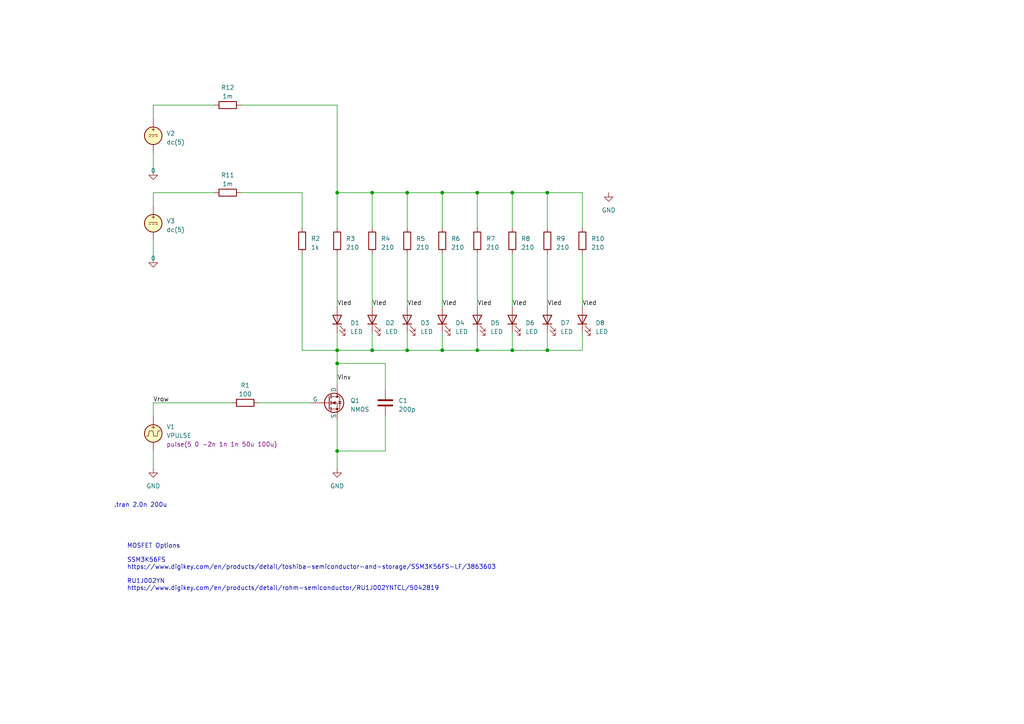
<source format=kicad_sch>
(kicad_sch (version 20230121) (generator eeschema)
  (paper "A4")
  (lib_symbols
    (symbol "Device:C" (pin_numbers hide) (pin_names (offset 0.254))
      (property "Reference" "C" (at 0.635 2.54 0))
      (property "Value" "C" (at 0.635 -2.54 0))
      (symbol "C_0_1"
        (polyline (pts (xy -2.032 -0.762) (xy 2.032 -0.762)) (stroke (width 0.508)))
        (polyline (pts (xy -2.032 0.762) (xy 2.032 0.762)) (stroke (width 0.508)))
      )
      (symbol "C_1_1"
        (pin passive line (at 0 3.81 270) (length 2.794) (name "~") (number "1"))
        (pin passive line (at 0 -3.81 90) (length 2.794) (name "~") (number "2"))
      )
    )
    (symbol "Device:LED" (pin_numbers hide) (pin_names (offset 1.016) hide)
      (property "Reference" "D" (at 0 2.54 0))
      (property "Value" "LED" (at 0 -2.54 0))
      (symbol "LED_0_1"
        (polyline (pts (xy -1.27 -1.27) (xy -1.27 1.27)) (stroke (width 0.254)))
        (polyline (pts (xy -1.27 0) (xy 1.27 0)))
        (polyline (pts (xy 1.27 -1.27) (xy 1.27 1.27) (xy -1.27 0) (xy 1.27 -1.27)) (stroke (width 0.254)))
        (polyline (pts (xy -3.048 -0.762) (xy -4.572 -2.286) (xy -3.81 -2.286) (xy -4.572 -2.286) (xy -4.572 -1.524)))
        (polyline (pts (xy -1.778 -0.762) (xy -3.302 -2.286) (xy -2.54 -2.286) (xy -3.302 -2.286) (xy -3.302 -1.524)))
      )
      (symbol "LED_1_1"
        (pin passive line (at -3.81 0 0) (length 2.54) (name "K") (number "1"))
        (pin passive line (at 3.81 0 180) (length 2.54) (name "A") (number "2"))
      )
    )
    (symbol "Device:R" (pin_numbers hide) (pin_names (offset 0))
      (property "Reference" "R" (at 2.032 0 90))
      (property "Value" "R" (at 0 0 90))
      (symbol "R_0_1"
        (rectangle (start -1.016 -2.54) (end 1.016 2.54) (stroke (width 0.254)))
      )
      (symbol "R_1_1"
        (pin passive line (at 0 3.81 270) (length 1.27) (name "~") (number "1"))
        (pin passive line (at 0 -3.81 90) (length 1.27) (name "~") (number "2"))
      )
    )
    (symbol "Simulation_SPICE:0" (power) (pin_names (offset 0))
      (property "Value" "0" (at 0 -1.778 0))
      (symbol "0_0_1"
        (polyline (pts (xy -1.27 0) (xy 0 -1.27) (xy 1.27 0) (xy -1.27 0)))
      )
      (symbol "0_1_1"
        (pin power_in line (at 0 0 0) (length 0) hide (name "0") (number "1"))
      )
    )
    (symbol "Simulation_SPICE:NMOS" (pin_numbers hide) (pin_names (offset 0))
      (property "Reference" "Q" (at 5.08 1.27 0))
      (property "Value" "NMOS" (at 5.08 -1.27 0))
      (symbol "NMOS_0_1"
        (polyline (pts (xy 0.254 0) (xy -2.54 0)))
        (polyline (pts (xy 0.254 1.905) (xy 0.254 -1.905)) (stroke (width 0.254)))
        (polyline (pts (xy 0.762 -1.27) (xy 0.762 -2.286)) (stroke (width 0.254)))
        (polyline (pts (xy 0.762 0.508) (xy 0.762 -0.508)) (stroke (width 0.254)))
        (polyline (pts (xy 0.762 2.286) (xy 0.762 1.27)) (stroke (width 0.254)))
        (polyline (pts (xy 2.54 2.54) (xy 2.54 1.778)))
        (polyline (pts (xy 2.54 -2.54) (xy 2.54 0) (xy 0.762 0)))
        (polyline (pts (xy 0.762 -1.778) (xy 3.302 -1.778) (xy 3.302 1.778) (xy 0.762 1.778)))
        (polyline (pts (xy 1.016 0) (xy 2.032 0.381) (xy 2.032 -0.381) (xy 1.016 0)) (fill (type outline)))
        (polyline (pts (xy 2.794 0.508) (xy 2.921 0.381) (xy 3.683 0.381) (xy 3.81 0.254)))
        (polyline (pts (xy 3.302 0.381) (xy 2.921 -0.254) (xy 3.683 -0.254) (xy 3.302 0.381)))
        (circle (center 1.651 0) (radius 2.794) (stroke (width 0.254)))
        (circle (center 2.54 -1.778) (radius 0.254) (fill (type outline)))
        (circle (center 2.54 1.778) (radius 0.254) (fill (type outline)))
      )
      (symbol "NMOS_1_1"
        (pin passive line (at 2.54 5.08 270) (length 2.54) (name "D") (number "1"))
        (pin input line (at -5.08 0 0) (length 2.54) (name "G") (number "2"))
        (pin passive line (at 2.54 -5.08 90) (length 2.54) (name "S") (number "3"))
      )
    )
    (symbol "Simulation_SPICE:VDC" (pin_numbers hide) (pin_names (offset 0.0254))
      (property "Reference" "V" (at 2.54 2.54 0))
      (property "Value" "1" (at 2.54 0 0))
      (symbol "VDC_0_0"
        (polyline (pts (xy -1.27 0.254) (xy 1.27 0.254)))
        (polyline (pts (xy -0.762 -0.254) (xy -1.27 -0.254)))
        (polyline (pts (xy 0.254 -0.254) (xy -0.254 -0.254)))
        (polyline (pts (xy 1.27 -0.254) (xy 0.762 -0.254)))
        (text "+" (at 0 1.905 0) (effects (font (size 1.27 1.27))))
      )
      (symbol "VDC_0_1"
        (circle (center 0 0) (radius 2.54) (stroke (width 0.254)) (fill (type background)))
      )
      (symbol "VDC_1_1"
        (pin passive line (at 0 5.08 270) (length 2.54) (name "~") (number "1"))
        (pin passive line (at 0 -5.08 90) (length 2.54) (name "~") (number "2"))
      )
    )
    (symbol "Simulation_SPICE:VPULSE" (pin_numbers hide) (pin_names (offset 0.0254))
      (property "Reference" "V" (at 2.54 2.54 0))
      (property "Value" "VPULSE" (at 2.54 0 0))
      (property "Sim.Params" "y1=0 y2=1 td=2n tr=2n tf=2n tw=50n per=100n" (at 2.54 -2.54 0))
      (symbol "VPULSE_0_0"
        (polyline (pts (xy -2.032 -0.762) (xy -1.397 -0.762) (xy -1.143 0.762) (xy -0.127 0.762) (xy 0.127 -0.762) (xy 1.143 -0.762) (xy 1.397 0.762) (xy 2.032 0.762)))
        (text "+" (at 0 1.905 0) (effects (font (size 1.27 1.27))))
      )
      (symbol "VPULSE_0_1"
        (circle (center 0 0) (radius 2.54) (stroke (width 0.254)) (fill (type background)))
      )
      (symbol "VPULSE_1_1"
        (pin passive line (at 0 5.08 270) (length 2.54) (name "~") (number "1"))
        (pin passive line (at 0 -5.08 90) (length 2.54) (name "~") (number "2"))
      )
    )
    (symbol "power:GND" (power) (pin_names (offset 0))
      (property "Value" "GND" (at 0 -3.81 0))
      (symbol "GND_0_1"
        (polyline (pts (xy 0 0) (xy 0 -1.27) (xy 1.27 -1.27) (xy 0 -2.54) (xy -1.27 -1.27) (xy 0 -1.27)))
      )
      (symbol "GND_1_1"
        (pin power_in line (at 0 0 270) (length 0) hide (name "GND") (number "1"))
      )
    )
  )
  (junction (at 128.27 101.6))
  (junction (at 148.59 55.88))
  (junction (at 97.79 101.6))
  (junction (at 158.75 101.6))
  (junction (at 107.95 55.88))
  (junction (at 138.43 101.6))
  (junction (at 148.59 101.6))
  (junction (at 128.27 55.88))
  (junction (at 138.43 55.88))
  (junction (at 107.95 101.6))
  (junction (at 158.75 55.88))
  (junction (at 118.11 55.88))
  (junction (at 118.11 101.6))
  (junction (at 97.79 55.88))
  (junction (at 97.79 130.81))
  (junction (at 97.79 105.41))
  (wire (pts (xy 118.11 55.88) (xy 128.27 55.88)))
  (wire (pts (xy 44.45 116.84) (xy 67.31 116.84)))
  (wire (pts (xy 97.79 105.41) (xy 97.79 111.76)))
  (wire (pts (xy 138.43 101.6) (xy 138.43 96.52)))
  (wire (pts (xy 168.91 73.66) (xy 168.91 88.9)))
  (wire (pts (xy 138.43 55.88) (xy 138.43 66.04)))
  (wire (pts (xy 148.59 55.88) (xy 158.75 55.88)))
  (wire (pts (xy 44.45 55.88) (xy 62.23 55.88)))
  (wire (pts (xy 87.63 73.66) (xy 87.63 101.6)))
  (wire (pts (xy 44.45 55.88) (xy 44.45 59.69)))
  (wire (pts (xy 118.11 55.88) (xy 118.11 66.04)))
  (wire (pts (xy 44.45 69.85) (xy 44.45 76.2)))
  (wire (pts (xy 118.11 101.6) (xy 128.27 101.6)))
  (wire (pts (xy 97.79 121.92) (xy 97.79 130.81)))
  (wire (pts (xy 158.75 55.88) (xy 168.91 55.88)))
  (wire (pts (xy 148.59 73.66) (xy 148.59 88.9)))
  (wire (pts (xy 118.11 73.66) (xy 118.11 88.9)))
  (wire (pts (xy 138.43 73.66) (xy 138.43 88.9)))
  (wire (pts (xy 107.95 55.88) (xy 118.11 55.88)))
  (wire (pts (xy 97.79 130.81) (xy 97.79 135.89)))
  (wire (pts (xy 111.76 120.65) (xy 111.76 130.81)))
  (wire (pts (xy 97.79 73.66) (xy 97.79 88.9)))
  (wire (pts (xy 128.27 101.6) (xy 138.43 101.6)))
  (wire (pts (xy 87.63 101.6) (xy 97.79 101.6)))
  (wire (pts (xy 158.75 55.88) (xy 158.75 66.04)))
  (wire (pts (xy 97.79 101.6) (xy 97.79 105.41)))
  (wire (pts (xy 69.85 30.48) (xy 97.79 30.48)))
  (wire (pts (xy 97.79 96.52) (xy 97.79 101.6)))
  (wire (pts (xy 44.45 116.84) (xy 44.45 120.65)))
  (wire (pts (xy 111.76 105.41) (xy 111.76 113.03)))
  (wire (pts (xy 97.79 101.6) (xy 107.95 101.6)))
  (wire (pts (xy 107.95 101.6) (xy 118.11 101.6)))
  (wire (pts (xy 128.27 55.88) (xy 128.27 66.04)))
  (wire (pts (xy 97.79 30.48) (xy 97.79 55.88)))
  (wire (pts (xy 97.79 105.41) (xy 111.76 105.41)))
  (wire (pts (xy 138.43 101.6) (xy 148.59 101.6)))
  (wire (pts (xy 128.27 101.6) (xy 128.27 96.52)))
  (wire (pts (xy 97.79 55.88) (xy 107.95 55.88)))
  (wire (pts (xy 44.45 30.48) (xy 62.23 30.48)))
  (wire (pts (xy 107.95 55.88) (xy 107.95 66.04)))
  (wire (pts (xy 69.85 55.88) (xy 87.63 55.88)))
  (wire (pts (xy 97.79 130.81) (xy 111.76 130.81)))
  (wire (pts (xy 148.59 55.88) (xy 148.59 66.04)))
  (wire (pts (xy 44.45 130.81) (xy 44.45 135.89)))
  (wire (pts (xy 158.75 101.6) (xy 158.75 96.52)))
  (wire (pts (xy 138.43 55.88) (xy 148.59 55.88)))
  (wire (pts (xy 118.11 101.6) (xy 118.11 96.52)))
  (wire (pts (xy 168.91 101.6) (xy 168.91 96.52)))
  (wire (pts (xy 107.95 73.66) (xy 107.95 88.9)))
  (wire (pts (xy 107.95 96.52) (xy 107.95 101.6)))
  (wire (pts (xy 74.93 116.84) (xy 90.17 116.84)))
  (wire (pts (xy 148.59 101.6) (xy 148.59 96.52)))
  (wire (pts (xy 158.75 73.66) (xy 158.75 88.9)))
  (wire (pts (xy 158.75 101.6) (xy 168.91 101.6)))
  (wire (pts (xy 44.45 44.45) (xy 44.45 50.8)))
  (wire (pts (xy 148.59 101.6) (xy 158.75 101.6)))
  (wire (pts (xy 97.79 55.88) (xy 97.79 66.04)))
  (wire (pts (xy 128.27 73.66) (xy 128.27 88.9)))
  (wire (pts (xy 44.45 30.48) (xy 44.45 34.29)))
  (wire (pts (xy 128.27 55.88) (xy 138.43 55.88)))
  (wire (pts (xy 168.91 55.88) (xy 168.91 66.04)))
  (wire (pts (xy 87.63 55.88) (xy 87.63 66.04)))
  (text "MOSFET Options\n\nSSM3K56FS\nhttps://www.digikey.com/en/products/detail/toshiba-semiconductor-and-storage/SSM3K56FS-LF/3863603\n\nRU1J002YN\nhttps://www.digikey.com/en/products/detail/rohm-semiconductor/RU1J002YNTCL/5042819" (at 36.83 171.45 0) (effects (font (size 1.27 1.27)) (justify left bottom)))
  (text ".tran 2.0n 200u" (at 33.02 147.32 0) (effects (font (size 1.27 1.27)) (justify left bottom)))
  (label "Vled" (at 118.11 88.9 0))
  (label "Vled" (at 148.59 88.9 0))
  (label "Vled" (at 128.27 88.9 0))
  (label "Vinv" (at 97.79 110.49 0))
  (label "Vled" (at 107.95 88.9 0))
  (label "Vrow" (at 44.45 116.84 0))
  (label "Vled" (at 138.43 88.9 0))
  (label "Vled" (at 158.75 88.9 0))
  (label "Vled" (at 97.79 88.9 0))
  (label "Vled" (at 168.91 88.9 0))
  (symbol (lib_id "Device:R") (at 66.04 55.88 90) (unit 1)
    (property "Reference" "R11" (at 66.04 50.8 90))
    (property "Value" "1m" (at 66.04 53.34 90))
  )
  (symbol (lib_id "Device:R") (at 71.12 116.84 90) (unit 1)
    (property "Reference" "R1" (at 71.12 111.76 90))
    (property "Value" "100" (at 71.12 114.3 90))
  )
  (symbol (lib_id "Device:R") (at 107.95 69.85 0) (unit 1)
    (property "Reference" "R4" (at 110.49 69.215 0) (effects (justify left)))
    (property "Value" "210" (at 110.49 71.755 0) (effects (justify left)))
  )
  (symbol (lib_id "Device:R") (at 148.59 69.85 0) (unit 1)
    (property "Reference" "R8" (at 151.13 69.215 0) (effects (justify left)))
    (property "Value" "210" (at 151.13 71.755 0) (effects (justify left)))
  )
  (symbol (lib_id "Simulation_SPICE:0") (at 44.45 50.8 0) (unit 1)
    (property "Reference" "#GND01" (effects hide))
    (property "Value" "0" (at 44.45 49.53 0))
  )
  (symbol (lib_id "Simulation_SPICE:VDC") (at 44.45 39.37 0) (unit 1)
    (property "Reference" "V2" (at 48.26 38.6992 0) (effects (justify left)))
    (property "Value" "dc(5)" (at 48.26 41.2392 0) (effects (justify left)))
    (property "Sim.Pins" "1=+ 2=-" (effects hide))
    (property "Sim.Type" "DC" (effects hide))
    (property "Sim.Device" "V" (effects hide))
  )
  (symbol (lib_id "power:GND") (at 97.79 135.89 0) (unit 1)
    (property "Reference" "#PWR02" (effects hide))
    (property "Value" "GND" (at 97.79 140.97 0))
  )
  (symbol (lib_id "Device:LED") (at 148.59 92.71 90) (unit 1)
    (property "Reference" "D6" (at 152.4 93.6625 90) (effects (justify right)))
    (property "Value" "LED" (at 152.4 96.2025 90) (effects (justify right)))
    (property "Sim.Library" "led.lib" (effects hide))
    (property "Sim.Name" "LED1" (effects hide))
    (property "Sim.Device" "D" (effects hide))
    (property "Sim.Pins" "1=K 2=A" (effects hide))
  )
  (symbol (lib_id "Simulation_SPICE:0") (at 44.45 76.2 0) (unit 1)
    (property "Reference" "#GND02" (effects hide))
    (property "Value" "0" (at 44.45 74.93 0))
  )
  (symbol (lib_id "Device:LED") (at 107.95 92.71 90) (unit 1)
    (property "Reference" "D2" (at 111.76 93.6625 90) (effects (justify right)))
    (property "Value" "LED" (at 111.76 96.2025 90) (effects (justify right)))
    (property "Sim.Library" "led.lib" (effects hide))
    (property "Sim.Name" "LED1" (effects hide))
    (property "Sim.Device" "D" (effects hide))
    (property "Sim.Pins" "1=K 2=A" (effects hide))
  )
  (symbol (lib_id "Device:R") (at 97.79 69.85 0) (unit 1)
    (property "Reference" "R3" (at 100.33 69.215 0) (effects (justify left)))
    (property "Value" "210" (at 100.33 71.755 0) (effects (justify left)))
  )
  (symbol (lib_id "Device:R") (at 118.11 69.85 0) (unit 1)
    (property "Reference" "R5" (at 120.65 69.215 0) (effects (justify left)))
    (property "Value" "210" (at 120.65 71.755 0) (effects (justify left)))
  )
  (symbol (lib_id "Device:R") (at 128.27 69.85 0) (unit 1)
    (property "Reference" "R6" (at 130.81 69.215 0) (effects (justify left)))
    (property "Value" "210" (at 130.81 71.755 0) (effects (justify left)))
  )
  (symbol (lib_id "Device:LED") (at 168.91 92.71 90) (unit 1)
    (property "Reference" "D8" (at 172.72 93.6625 90) (effects (justify right)))
    (property "Value" "LED" (at 172.72 96.2025 90) (effects (justify right)))
    (property "Sim.Library" "led.lib" (effects hide))
    (property "Sim.Name" "LED1" (effects hide))
    (property "Sim.Device" "D" (effects hide))
    (property "Sim.Pins" "1=K 2=A" (effects hide))
  )
  (symbol (lib_id "Device:C") (at 111.76 116.84 0) (unit 1)
    (property "Reference" "C1" (at 115.57 116.205 0) (effects (justify left)))
    (property "Value" "200p" (at 115.57 118.745 0) (effects (justify left)))
  )
  (symbol (lib_id "Device:LED") (at 118.11 92.71 90) (unit 1)
    (property "Reference" "D3" (at 121.92 93.6625 90) (effects (justify right)))
    (property "Value" "LED" (at 121.92 96.2025 90) (effects (justify right)))
    (property "Sim.Library" "led.lib" (effects hide))
    (property "Sim.Name" "LED1" (effects hide))
    (property "Sim.Device" "D" (effects hide))
    (property "Sim.Pins" "1=K 2=A" (effects hide))
  )
  (symbol (lib_id "Simulation_SPICE:VDC") (at 44.45 64.77 0) (unit 1)
    (property "Reference" "V3" (at 48.26 64.0992 0) (effects (justify left)))
    (property "Value" "dc(5)" (at 48.26 66.6392 0) (effects (justify left)))
    (property "Sim.Pins" "1=+ 2=-" (effects hide))
    (property "Sim.Type" "DC" (effects hide))
    (property "Sim.Device" "V" (effects hide))
  )
  (symbol (lib_id "Simulation_SPICE:NMOS") (at 95.25 116.84 0) (unit 1)
    (property "Reference" "Q1" (at 101.6 116.205 0) (effects (justify left)))
    (property "Value" "NMOS" (at 101.6 118.745 0) (effects (justify left)))
    (property "Datasheet" "https://ngspice.sourceforge.io/docs/ngspice-manual.pdf" (effects hide))
    (property "Sim.Device" "SUBCKT" (effects hide))
    (property "Sim.Pins" "1=4 2=1 3=2" (effects hide))
    (property "Sim.Library" "si1034x_.lib" (effects hide))
    (property "Sim.Name" "Si1034X" (effects hide))
  )
  (symbol (lib_id "power:GND") (at 176.53 55.88 0) (unit 1)
    (property "Reference" "#PWR03" (effects hide))
    (property "Value" "GND" (at 176.53 60.96 0))
  )
  (symbol (lib_id "Device:LED") (at 128.27 92.71 90) (unit 1)
    (property "Reference" "D4" (at 132.08 93.6625 90) (effects (justify right)))
    (property "Value" "LED" (at 132.08 96.2025 90) (effects (justify right)))
    (property "Sim.Library" "led.lib" (effects hide))
    (property "Sim.Name" "LED1" (effects hide))
    (property "Sim.Device" "D" (effects hide))
    (property "Sim.Pins" "1=K 2=A" (effects hide))
  )
  (symbol (lib_id "Device:R") (at 87.63 69.85 0) (unit 1)
    (property "Reference" "R2" (at 90.17 69.215 0) (effects (justify left)))
    (property "Value" "1k" (at 90.17 71.755 0) (effects (justify left)))
  )
  (symbol (lib_id "Device:R") (at 168.91 69.85 0) (unit 1)
    (property "Reference" "R10" (at 171.45 69.215 0) (effects (justify left)))
    (property "Value" "210" (at 171.45 71.755 0) (effects (justify left)))
  )
  (symbol (lib_id "Device:R") (at 66.04 30.48 90) (unit 1)
    (property "Reference" "R12" (at 66.04 25.4 90))
    (property "Value" "1m" (at 66.04 27.94 90))
  )
  (symbol (lib_id "Device:LED") (at 97.79 92.71 90) (unit 1)
    (property "Reference" "D1" (at 101.6 93.6625 90) (effects (justify right)))
    (property "Value" "LED" (at 101.6 96.2025 90) (effects (justify right)))
    (property "Sim.Library" "led.lib" (effects hide))
    (property "Sim.Name" "LED1" (effects hide))
    (property "Sim.Device" "D" (effects hide))
    (property "Sim.Pins" "1=K 2=A" (effects hide))
  )
  (symbol (lib_id "Device:LED") (at 158.75 92.71 90) (unit 1)
    (property "Reference" "D7" (at 162.56 93.6625 90) (effects (justify right)))
    (property "Value" "LED" (at 162.56 96.2025 90) (effects (justify right)))
    (property "Sim.Library" "led.lib" (effects hide))
    (property "Sim.Name" "LED1" (effects hide))
    (property "Sim.Device" "D" (effects hide))
    (property "Sim.Pins" "1=K 2=A" (effects hide))
  )
  (symbol (lib_id "Simulation_SPICE:VPULSE") (at 44.45 125.73 0) (unit 1)
    (property "Reference" "V1" (at 48.26 123.7892 0) (effects (justify left)))
    (property "Value" "VPULSE" (at 48.26 126.3292 0) (effects (justify left)))
    (property "Sim.Pins" "1=+ 2=-" (effects hide))
    (property "Sim.Type" "PULSE" (effects hide))
    (property "Sim.Device" "V" (effects hide))
    (property "Sim.Params" "pulse(5 0 -2n 1n 1n 50u 100u)" (at 48.26 128.8692 0) (effects (justify left)))
  )
  (symbol (lib_id "Device:LED") (at 138.43 92.71 90) (unit 1)
    (property "Reference" "D5" (at 142.24 93.6625 90) (effects (justify right)))
    (property "Value" "LED" (at 142.24 96.2025 90) (effects (justify right)))
    (property "Sim.Library" "led.lib" (effects hide))
    (property "Sim.Name" "LED1" (effects hide))
    (property "Sim.Device" "D" (effects hide))
    (property "Sim.Pins" "1=K 2=A" (effects hide))
  )
  (symbol (lib_id "Device:R") (at 158.75 69.85 0) (unit 1)
    (property "Reference" "R9" (at 161.29 69.215 0) (effects (justify left)))
    (property "Value" "210" (at 161.29 71.755 0) (effects (justify left)))
  )
  (symbol (lib_id "Device:R") (at 138.43 69.85 0) (unit 1)
    (property "Reference" "R7" (at 140.97 69.215 0) (effects (justify left)))
    (property "Value" "210" (at 140.97 71.755 0) (effects (justify left)))
  )
  (symbol (lib_id "power:GND") (at 44.45 135.89 0) (unit 1)
    (property "Reference" "#PWR01" (effects hide))
    (property "Value" "GND" (at 44.45 140.97 0))
  )
)
</source>
